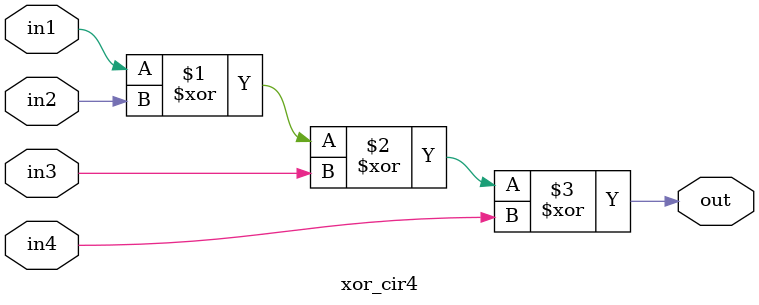
<source format=sv>

module xor_cir4(
    in1,
    in2,
    in3,
    in4,
    out
);

parameter N = 1;

input wire [N - 1 : 0] in1;
input wire [N - 1 : 0] in2;
input wire [N - 1 : 0] in3;
input wire [N - 1 : 0] in4;

output wire [N - 1 : 0] out;

  assign out = in1 ^ in2 ^ in3 ^ in4;

endmodule


</source>
